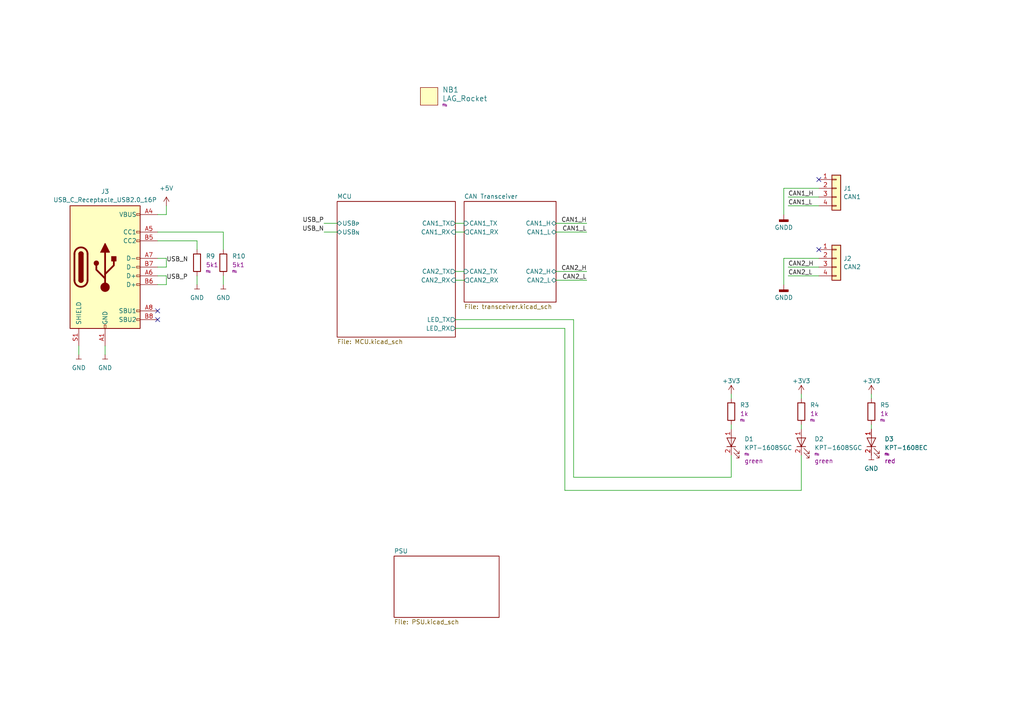
<source format=kicad_sch>
(kicad_sch (version 20231120) (generator "eeschema") (generator_version "8.0")
  (paper "A4")
  (title_block (title "${title}") (date "2023-06-16") (rev "R${release}") (company "${company}") (comment 1 "${release_state}") (comment 2 "${prefix}-S${type_number}-R${release}-V${sch_variant}-C${sch_ci}") (comment 3 "hardware/${prefix}-S${type_number}_${short_desciption}"))
  (lib_symbols
    (symbol "Connector:USB_C_Receptacle_USB2.0_16P" (pin_names (offset 1.016))
      (property "Reference" "J" (at 0 22.225 0))
      (property "Value" "USB_C_Receptacle_USB2.0_16P" (at 0 19.685 0))
      (symbol "USB_C_Receptacle_USB2.0_16P_0_0"
        (rectangle (start -0.254 -17.78) (end 0.254 -16.764))
        (rectangle (start 10.16 -14.986) (end 9.144 -15.494))
        (rectangle (start 10.16 -12.446) (end 9.144 -12.954))
        (rectangle (start 10.16 -4.826) (end 9.144 -5.334))
        (rectangle (start 10.16 -2.286) (end 9.144 -2.794))
        (rectangle (start 10.16 0.254) (end 9.144 -0.254))
        (rectangle (start 10.16 2.794) (end 9.144 2.286))
        (rectangle (start 10.16 7.874) (end 9.144 7.366))
        (rectangle (start 10.16 10.414) (end 9.144 9.906))
        (rectangle (start 10.16 15.494) (end 9.144 14.986))
      )
      (symbol "USB_C_Receptacle_USB2.0_16P_0_1"
        (rectangle (start -10.16 17.78) (end 10.16 -17.78) (stroke (width 0.254)) (fill (type background)))
        (arc (start -8.89 -3.81) (mid -6.985 -5.7067) (end -5.08 -3.81) (stroke (width 0.508)))
        (arc (start -7.62 -3.81) (mid -6.985 -4.4423) (end -6.35 -3.81) (stroke (width 0.254)))
        (arc (start -7.62 -3.81) (mid -6.985 -4.4423) (end -6.35 -3.81) (stroke (width 0.254)) (fill (type outline)))
        (rectangle (start -7.62 -3.81) (end -6.35 3.81) (stroke (width 0.254)) (fill (type outline)))
        (arc (start -6.35 3.81) (mid -6.985 4.4423) (end -7.62 3.81) (stroke (width 0.254)))
        (arc (start -6.35 3.81) (mid -6.985 4.4423) (end -7.62 3.81) (stroke (width 0.254)) (fill (type outline)))
        (arc (start -5.08 3.81) (mid -6.985 5.7067) (end -8.89 3.81) (stroke (width 0.508)))
        (circle (center -2.54 1.143) (radius 0.635) (stroke (width 0.254)) (fill (type outline)))
        (circle (center 0 -5.842) (radius 1.27) (fill (type outline)))
        (polyline (pts (xy -8.89 -3.81) (xy -8.89 3.81)) (stroke (width 0.508)))
        (polyline (pts (xy -5.08 3.81) (xy -5.08 -3.81)) (stroke (width 0.508)))
        (polyline (pts (xy 0 -5.842) (xy 0 4.318)) (stroke (width 0.508)))
        (polyline (pts (xy 0 -3.302) (xy -2.54 -0.762) (xy -2.54 0.508)) (stroke (width 0.508)))
        (polyline (pts (xy 0 -2.032) (xy 2.54 0.508) (xy 2.54 1.778)) (stroke (width 0.508)))
        (polyline (pts (xy -1.27 4.318) (xy 0 6.858) (xy 1.27 4.318) (xy -1.27 4.318)) (stroke (width 0.254)) (fill (type outline)))
        (rectangle (start 1.905 1.778) (end 3.175 3.048) (stroke (width 0.254)) (fill (type outline)))
      )
      (symbol "USB_C_Receptacle_USB2.0_16P_1_1"
        (pin passive line (at 0 -22.86 90) (length 5.08) (name "GND") (number "A1"))
        (pin passive line (at 0 -22.86 90) (length 5.08) hide (name "GND") (number "A12"))
        (pin passive line (at 15.24 15.24 180) (length 5.08) (name "VBUS") (number "A4"))
        (pin bidirectional line (at 15.24 10.16 180) (length 5.08) (name "CC1") (number "A5"))
        (pin bidirectional line (at 15.24 -2.54 180) (length 5.08) (name "D+") (number "A6"))
        (pin bidirectional line (at 15.24 2.54 180) (length 5.08) (name "D-") (number "A7"))
        (pin bidirectional line (at 15.24 -12.7 180) (length 5.08) (name "SBU1") (number "A8"))
        (pin passive line (at 15.24 15.24 180) (length 5.08) hide (name "VBUS") (number "A9"))
        (pin passive line (at 0 -22.86 90) (length 5.08) hide (name "GND") (number "B1"))
        (pin passive line (at 0 -22.86 90) (length 5.08) hide (name "GND") (number "B12"))
        (pin passive line (at 15.24 15.24 180) (length 5.08) hide (name "VBUS") (number "B4"))
        (pin bidirectional line (at 15.24 7.62 180) (length 5.08) (name "CC2") (number "B5"))
        (pin bidirectional line (at 15.24 -5.08 180) (length 5.08) (name "D+") (number "B6"))
        (pin bidirectional line (at 15.24 0 180) (length 5.08) (name "D-") (number "B7"))
        (pin bidirectional line (at 15.24 -15.24 180) (length 5.08) (name "SBU2") (number "B8"))
        (pin passive line (at 15.24 15.24 180) (length 5.08) hide (name "VBUS") (number "B9"))
        (pin passive line (at -7.62 -22.86 90) (length 5.08) (name "SHIELD") (number "S1"))
      )
    )
    (symbol "Connector_Generic:Conn_01x04" (pin_names (offset 1.016) hide)
      (property "Reference" "J" (at 0 5.08 0))
      (property "Value" "Conn_01x04" (at 0 -7.62 0))
      (symbol "Conn_01x04_1_1"
        (rectangle (start -1.27 -4.953) (end 0 -5.207) (stroke (width 0.1524)))
        (rectangle (start -1.27 -2.413) (end 0 -2.667) (stroke (width 0.1524)))
        (rectangle (start -1.27 0.127) (end 0 -0.127) (stroke (width 0.1524)))
        (rectangle (start -1.27 2.667) (end 0 2.413) (stroke (width 0.1524)))
        (rectangle (start -1.27 3.81) (end 1.27 -6.35) (stroke (width 0.254)) (fill (type background)))
        (pin passive line (at -5.08 2.54 0) (length 3.81) (name "Pin_1") (number "1"))
        (pin passive line (at -5.08 0 0) (length 3.81) (name "Pin_2") (number "2"))
        (pin passive line (at -5.08 -2.54 0) (length 3.81) (name "Pin_3") (number "3"))
        (pin passive line (at -5.08 -5.08 0) (length 3.81) (name "Pin_4") (number "4"))
      )
    )
    (symbol "Kingbright:KPT-1608EC" (pin_names (offset 1.016) hide)
      (property "Reference" "D" (at 0 2.54 0))
      (property "Value" "KPT-1608EC" (at 1.27 -3.81 0))
      (property "Fit" "fit: " (at 7.62 -3.81 0))
      (symbol "KPT-1608EC_0_1"
        (polyline (pts (xy -1.27 -1.27) (xy -1.27 1.27)) (stroke (width 0.2032)))
        (polyline (pts (xy -1.27 0) (xy 1.27 0)))
        (polyline (pts (xy 1.27 -1.27) (xy 1.27 1.27) (xy -1.27 0) (xy 1.27 -1.27)) (stroke (width 0.2032)))
        (polyline (pts (xy -3.048 -0.762) (xy -4.572 -2.286) (xy -3.81 -2.286) (xy -4.572 -2.286) (xy -4.572 -1.524)))
        (polyline (pts (xy -1.778 -0.762) (xy -3.302 -2.286) (xy -2.54 -2.286) (xy -3.302 -2.286) (xy -3.302 -1.524)))
      )
      (symbol "KPT-1608EC_1_1"
        (pin passive line (at 3.81 0 180) (length 2.54) (name "A") (number "1"))
        (pin passive line (at -3.81 0 0) (length 2.54) (name "K") (number "2"))
      )
    )
    (symbol "Kingbright:KPT-1608SGC" (pin_names (offset 1.016) hide)
      (property "Reference" "D" (at 0 2.54 0))
      (property "Value" "KPT-1608SGC" (at 1.27 -3.81 0))
      (property "Fit" "fit: " (at 7.62 -3.81 0))
      (symbol "KPT-1608SGC_0_1"
        (polyline (pts (xy -1.27 -1.27) (xy -1.27 1.27)) (stroke (width 0.2032)))
        (polyline (pts (xy -1.27 0) (xy 1.27 0)))
        (polyline (pts (xy 1.27 -1.27) (xy 1.27 1.27) (xy -1.27 0) (xy 1.27 -1.27)) (stroke (width 0.2032)))
        (polyline (pts (xy -3.048 -0.762) (xy -4.572 -2.286) (xy -3.81 -2.286) (xy -4.572 -2.286) (xy -4.572 -1.524)))
        (polyline (pts (xy -1.778 -0.762) (xy -3.302 -2.286) (xy -2.54 -2.286) (xy -3.302 -2.286) (xy -3.302 -1.524)))
      )
      (symbol "KPT-1608SGC_1_1"
        (pin passive line (at 3.81 0 180) (length 2.54) (name "A") (number "1"))
        (pin passive line (at -3.81 0 0) (length 2.54) (name "K") (number "2"))
      )
    )
    (symbol "Res_1Percent_E24_0603_100mW_-40C-90C:1k_0603_100mW_1%_E24_Chip-Resistor" (pin_numbers hide) (pin_names (offset 0))
      (property "Reference" "R" (at 2.032 0 90))
      (property "DisplayValue" "1k" (at -0.0254 -0.0508 90))
      (property "Fit" "fit: " (at 7.62 -3.81 0))
      (symbol "1k_0603_100mW_1%_E24_Chip-Resistor_0_1"
        (rectangle (start -1.016 -2.54) (end 1.016 2.54) (stroke (width 0.254)))
      )
      (symbol "1k_0603_100mW_1%_E24_Chip-Resistor_1_1"
        (pin passive line (at 0 3.81 270) (length 1.27) (name "~") (number "1"))
        (pin passive line (at 0 -3.81 90) (length 1.27) (name "~") (number "2"))
      )
    )
    (symbol "Res_1Percent_E24_0603_100mW_-40C-90C:5k1_0603_100mW_1%_E24_Chip-Resistor" (pin_numbers hide) (pin_names (offset 0))
      (property "Reference" "R" (at 2.032 0 90))
      (property "DisplayValue" "5k1" (at -0.0254 -0.0508 90))
      (property "Fit" "fit: " (at 7.62 -3.81 0))
      (symbol "5k1_0603_100mW_1%_E24_Chip-Resistor_0_1"
        (rectangle (start -1.016 -2.54) (end 1.016 2.54) (stroke (width 0.254)))
      )
      (symbol "5k1_0603_100mW_1%_E24_Chip-Resistor_1_1"
        (pin passive line (at 0 3.81 270) (length 1.27) (name "~") (number "1"))
        (pin passive line (at 0 -3.81 90) (length 1.27) (name "~") (number "2"))
      )
    )
    (symbol "mechanical:LAG_Rocket" (pin_names (offset 1.016))
      (property "Reference" "NB" (at 0 3.81 0))
      (property "Value" "LAG_Rocket" (at 1.27 -3.81 0))
      (property "Fit" "fit: " (at 7.62 -3.81 0))
      (symbol "LAG_Rocket_0_1"
        (rectangle (start -2.54 2.54) (end 2.54 -2.54) (fill (type background)))
      )
    )
    (symbol "power:GNDD" (power) (pin_numbers hide) (pin_names (offset 0) hide)
      (property "Value" "GNDD" (at 0 -3.175 0))
      (symbol "GNDD_0_1"
        (rectangle (start -1.27 -1.524) (end 1.27 -2.032) (stroke (width 0.254)) (fill (type outline)))
        (polyline (pts (xy 0 0) (xy 0 -1.524)))
      )
      (symbol "GNDD_1_1"
        (pin power_in line (at 0 0 270) (length 0) (name "~") (number "1"))
      )
    )
    (symbol "powerport:+3V3" (power) (pin_names (offset 0))
      (property "Value" "+3V3" (at 0 3.556 0))
      (symbol "+3V3_0_1"
        (polyline (pts (xy -0.762 1.27) (xy 0 2.54)))
        (polyline (pts (xy 0 0) (xy 0 2.54)))
        (polyline (pts (xy 0 2.54) (xy 0.762 1.27)))
      )
      (symbol "+3V3_1_1"
        (pin power_in line (at 0 0 90) (length 0) hide (name "+3V3") (number "1"))
      )
    )
    (symbol "powerport:+5V" (power) (pin_names (offset 0))
      (property "Value" "+5V" (at 0 3.556 0))
      (symbol "+5V_0_1"
        (polyline (pts (xy -0.762 1.27) (xy 0 2.54)))
        (polyline (pts (xy 0 0) (xy 0 2.54)))
        (polyline (pts (xy 0 2.54) (xy 0.762 1.27)))
      )
      (symbol "+5V_1_1"
        (pin power_in line (at 0 0 90) (length 0) hide (name "+5V") (number "1"))
      )
    )
    (symbol "powerport:GND" (power) (pin_names (offset 0))
      (property "Value" "GND" (at 0 -2.54 0))
      (symbol "GND_0_1"
        (polyline (pts (xy -0.762 -1.27) (xy 0.762 -1.27)))
        (polyline (pts (xy 0 0) (xy 0 -1.27)))
      )
      (symbol "GND_1_1"
        (pin power_in line (at 0 0 270) (length 0) hide (name "GND") (number "1"))
      )
    )
  )
  (no_connect (at 45.72 92.71))
  (no_connect (at 237.49 72.39))
  (no_connect (at 237.49 52.07))
  (no_connect (at 45.72 90.17))
  (wire (pts (xy 45.72 69.85) (xy 57.15 69.85)))
  (wire (pts (xy 232.41 132.08) (xy 232.41 142.24)))
  (wire (pts (xy 132.08 81.28) (xy 134.62 81.28)))
  (wire (pts (xy 252.73 114.3) (xy 252.73 115.57)))
  (wire (pts (xy 161.29 64.77) (xy 170.18 64.77)))
  (wire (pts (xy 22.86 100.33) (xy 22.86 102.87)))
  (wire (pts (xy 163.83 142.24) (xy 163.83 95.25)))
  (wire (pts (xy 212.09 132.08) (xy 212.09 138.43)))
  (wire (pts (xy 232.41 114.3) (xy 232.41 115.57)))
  (wire (pts (xy 161.29 78.74) (xy 170.18 78.74)))
  (wire (pts (xy 161.29 67.31) (xy 170.18 67.31)))
  (wire (pts (xy 228.6 59.69) (xy 237.49 59.69)))
  (wire (pts (xy 166.37 92.71) (xy 166.37 138.43)))
  (wire (pts (xy 64.77 67.31) (xy 64.77 72.39)))
  (wire (pts (xy 48.26 74.93) (xy 48.26 77.47)))
  (wire (pts (xy 132.08 92.71) (xy 166.37 92.71)))
  (wire (pts (xy 45.72 74.93) (xy 48.26 74.93)))
  (wire (pts (xy 227.33 74.93) (xy 227.33 82.55)))
  (wire (pts (xy 48.26 59.69) (xy 48.26 62.23)))
  (wire (pts (xy 166.37 138.43) (xy 212.09 138.43)))
  (wire (pts (xy 252.73 123.19) (xy 252.73 124.46)))
  (wire (pts (xy 48.26 80.01) (xy 48.26 82.55)))
  (wire (pts (xy 93.98 64.77) (xy 97.79 64.77)))
  (wire (pts (xy 45.72 82.55) (xy 48.26 82.55)))
  (wire (pts (xy 212.09 123.19) (xy 212.09 124.46)))
  (wire (pts (xy 228.6 77.47) (xy 237.49 77.47)))
  (wire (pts (xy 93.98 67.31) (xy 97.79 67.31)))
  (wire (pts (xy 132.08 64.77) (xy 134.62 64.77)))
  (wire (pts (xy 232.41 142.24) (xy 163.83 142.24)))
  (wire (pts (xy 227.33 54.61) (xy 237.49 54.61)))
  (wire (pts (xy 132.08 67.31) (xy 134.62 67.31)))
  (wire (pts (xy 45.72 67.31) (xy 64.77 67.31)))
  (wire (pts (xy 163.83 95.25) (xy 132.08 95.25)))
  (wire (pts (xy 237.49 74.93) (xy 227.33 74.93)))
  (wire (pts (xy 228.6 80.01) (xy 237.49 80.01)))
  (wire (pts (xy 212.09 114.3) (xy 212.09 115.57)))
  (wire (pts (xy 228.6 57.15) (xy 237.49 57.15)))
  (wire (pts (xy 232.41 123.19) (xy 232.41 124.46)))
  (wire (pts (xy 57.15 69.85) (xy 57.15 72.39)))
  (wire (pts (xy 227.33 62.23) (xy 227.33 54.61)))
  (wire (pts (xy 161.29 81.28) (xy 170.18 81.28)))
  (wire (pts (xy 132.08 78.74) (xy 134.62 78.74)))
  (wire (pts (xy 30.48 100.33) (xy 30.48 102.87)))
  (wire (pts (xy 48.26 77.47) (xy 45.72 77.47)))
  (wire (pts (xy 45.72 80.01) (xy 48.26 80.01)))
  (wire (pts (xy 64.77 80.01) (xy 64.77 82.55)))
  (wire (pts (xy 45.72 62.23) (xy 48.26 62.23)))
  (wire (pts (xy 57.15 80.01) (xy 57.15 82.55)))
  (label "USB_P" (at 48.26 81.28 0))
  (label "CAN2_L" (at 228.6 80.01 0))
  (label "CAN1_H" (at 228.6 57.15 0))
  (label "CAN1_L" (at 170.18 67.31 180))
  (label "USB_N" (at 93.98 67.31 180))
  (label "CAN2_L" (at 170.18 81.28 180))
  (label "CAN2_H" (at 228.6 77.47 0))
  (label "CAN1_H" (at 170.18 64.77 180))
  (label "CAN1_L" (at 228.6 59.69 0))
  (label "USB_N" (at 48.26 76.2 0))
  (label "CAN2_H" (at 170.18 78.74 180))
  (label "USB_P" (at 93.98 64.77 180))
  (symbol (lib_id "Connector_Generic:Conn_01x04") (at 242.57 74.93 0) (unit 1)
    (property "Reference" "J2" (at 244.602 74.9878 0) (effects (justify left)))
    (property "Value" "CAN2" (at 244.602 77.4121 0) (effects (justify left)))
    (property "Footprint" "Connector_PSS254:PSS254_1x04_Horizontal" (effects (hide yes)))
    (property "Description" "Generic connector, single row, 01x04, script generated (kicad-library-utils/schlib/autogen/connector/)" (effects (hide yes)))
  )
  (symbol (lib_id "Res_1Percent_E24_0603_100mW_-40C-90C:1k_0603_100mW_1%_E24_Chip-Resistor") (at 212.09 119.38 0) (unit 1)
    (property "Reference" "R3" (at 214.63 117.475 0) (effects (justify left)))
    (property "Value" "1k_0603_100mW_1%_E24_Chip-Resistor" (effects (hide yes)))
    (property "Footprint" "Resistor_SMD:R_0603_1608Metric" (effects (hide yes)))
    (property "Manufacturer" "any" (effects (hide yes)))
    (property "DisplayValue" "1k" (at 214.63 120.015 0) (effects (justify left)))
    (property "Fit" "fit: " (at 214.63 121.92 0) (effects (font (size 0.635 0.635)) (justify left)))
    (property "State" "legacy" (effects (hide yes)))
    (property "Package" "0603" (effects (hide yes)))
  )
  (symbol (lib_id "Res_1Percent_E24_0603_100mW_-40C-90C:5k1_0603_100mW_1%_E24_Chip-Resistor") (at 57.15 76.2 0) (unit 1)
    (property "Reference" "R9" (at 59.69 74.2949 0) (effects (justify left)))
    (property "Value" "5k1_0603_100mW_1%_E24_Chip-Resistor" (effects (hide yes)))
    (property "Footprint" "Resistor_SMD:R_0603_1608Metric" (effects (hide yes)))
    (property "Manufacturer" "any" (effects (hide yes)))
    (property "DisplayValue" "5k1" (at 59.69 76.8349 0) (effects (justify left)))
    (property "Fit" "fit: " (at 59.69 78.74 0) (effects (font (size 0.635 0.635)) (justify left)))
    (property "State" "legacy" (effects (hide yes)))
    (property "Package" "0603" (effects (hide yes)))
  )
  (symbol (lib_id "powerport:+3V3") (at 252.73 114.3 0) (unit 1)
    (property "Reference" "#PWR013" (effects (hide yes)))
    (property "Value" "+3V3" (at 252.73 110.49 0))
  )
  (symbol (lib_id "powerport:GND") (at 30.48 102.87 0) (unit 1)
    (property "Reference" "#PWR03" (effects (hide yes)))
    (property "Value" "GND" (at 30.48 106.68 0))
  )
  (symbol (lib_id "Kingbright:KPT-1608SGC") (at 212.09 128.27 90) (unit 1)
    (property "Reference" "D1" (at 215.9 127.3302 90) (effects (justify right)))
    (property "Value" "KPT-1608SGC" (at 215.9 129.8702 90) (effects (justify right)))
    (property "Footprint" "LED_SMD:LED_0603_1608Metric" (effects (hide yes)))
    (property "MPN" "KPT-1608SGC" (effects (hide yes)))
    (property "Manufacturer" "Kingbright" (effects (hide yes)))
    (property "Fit" "fit: " (at 215.9 131.7752 90) (effects (font (size 0.635 0.635)) (justify right)))
    (property "State" "reviewed" (effects (hide yes)))
    (property "Package" "0603" (effects (hide yes)))
    (property "color" "green" (at 215.9 133.6802 90) (effects (justify right)))
  )
  (symbol (lib_id "mechanical:LAG_Rocket") (at 124.46 27.94 0) (unit 1)
    (property "Reference" "NB1" (at 128.27 26.035 0) (effects (font (size 1.524 1.524)) (justify left)))
    (property "Value" "LAG_Rocket" (at 128.27 28.575 0) (effects (font (size 1.524 1.524)) (justify left)))
    (property "Footprint" "mechanical:lag_rocket_14.5mmx15mm" (effects (hide yes)))
    (property "Fit" "fit: " (at 128.27 30.48 0) (effects (font (size 0.635 0.635)) (justify left)))
    (property "State" "reviewed" (effects (hide yes)))
  )
  (symbol (lib_id "Res_1Percent_E24_0603_100mW_-40C-90C:5k1_0603_100mW_1%_E24_Chip-Resistor") (at 64.77 76.2 0) (unit 1)
    (property "Reference" "R10" (at 67.31 74.2949 0) (effects (justify left)))
    (property "Value" "5k1_0603_100mW_1%_E24_Chip-Resistor" (effects (hide yes)))
    (property "Footprint" "Resistor_SMD:R_0603_1608Metric" (effects (hide yes)))
    (property "Manufacturer" "any" (effects (hide yes)))
    (property "DisplayValue" "5k1" (at 67.31 76.8349 0) (effects (justify left)))
    (property "Fit" "fit: " (at 67.31 78.74 0) (effects (font (size 0.635 0.635)) (justify left)))
    (property "State" "legacy" (effects (hide yes)))
    (property "Package" "0603" (effects (hide yes)))
  )
  (symbol (lib_id "powerport:+3V3") (at 212.09 114.3 0) (unit 1)
    (property "Reference" "#PWR06" (effects (hide yes)))
    (property "Value" "+3V3" (at 212.09 110.49 0))
  )
  (symbol (lib_id "powerport:GND") (at 22.86 102.87 0) (unit 1)
    (property "Reference" "#PWR02" (effects (hide yes)))
    (property "Value" "GND" (at 22.86 106.68 0))
  )
  (symbol (lib_id "powerport:GND") (at 64.77 82.55 0) (unit 1)
    (property "Reference" "#PWR027" (effects (hide yes)))
    (property "Value" "GND" (at 64.77 86.36 0))
  )
  (symbol (lib_id "power:GNDD") (at 227.33 62.23 0) (unit 1)
    (property "Reference" "#PWR09" (effects (hide yes)))
    (property "Value" "GNDD" (at 227.33 65.9821 0))
    (property "Description" "Power symbol creates a global label with name \"GNDD\" , digital ground" (effects (hide yes)))
  )
  (symbol (lib_id "Connector:USB_C_Receptacle_USB2.0_16P") (at 30.48 77.47 0) (unit 1)
    (property "Reference" "J3" (at 30.48 55.5455 0))
    (property "Value" "USB_C_Receptacle_USB2.0_16P" (at 30.48 57.9698 0))
    (property "Footprint" "Connector_USB:USB_C_Receptacle_GCT_USB4085" (effects (hide yes)))
    (property "Datasheet" "https://cdn.amphenol-cs.com/media/wysiwyg/files/drawing/gsb1c41x1x1ds1hr.pdf" (effects (hide yes)))
    (property "Description" "USB 2.0-only 16P Type-C Receptacle connector" (effects (hide yes)))
    (property "mouser" " 523-GSB1C411111DS1HR " (effects (hide yes)))
    (property "digikey" "664-GSB1C411111DS1HRCT-ND" (effects (hide yes)))
    (property "MPN" "GSB1C411111DS1HR " (effects (hide yes)))
  )
  (symbol (lib_id "power:GNDD") (at 227.33 82.55 0) (unit 1)
    (property "Reference" "#PWR08" (effects (hide yes)))
    (property "Value" "GNDD" (at 227.33 86.3021 0))
    (property "Description" "Power symbol creates a global label with name \"GNDD\" , digital ground" (effects (hide yes)))
  )
  (symbol (lib_id "Res_1Percent_E24_0603_100mW_-40C-90C:1k_0603_100mW_1%_E24_Chip-Resistor") (at 232.41 119.38 0) (unit 1)
    (property "Reference" "R4" (at 234.95 117.475 0) (effects (justify left)))
    (property "Value" "1k_0603_100mW_1%_E24_Chip-Resistor" (effects (hide yes)))
    (property "Footprint" "Resistor_SMD:R_0603_1608Metric" (effects (hide yes)))
    (property "Manufacturer" "any" (effects (hide yes)))
    (property "DisplayValue" "1k" (at 234.95 120.015 0) (effects (justify left)))
    (property "Fit" "fit: " (at 234.95 121.92 0) (effects (font (size 0.635 0.635)) (justify left)))
    (property "State" "legacy" (effects (hide yes)))
    (property "Package" "0603" (effects (hide yes)))
  )
  (symbol (lib_id "powerport:+3V3") (at 232.41 114.3 0) (unit 1)
    (property "Reference" "#PWR07" (effects (hide yes)))
    (property "Value" "+3V3" (at 232.41 110.49 0))
  )
  (symbol (lib_id "Kingbright:KPT-1608EC") (at 252.73 128.27 90) (unit 1)
    (property "Reference" "D3" (at 256.54 127.3302 90) (effects (justify right)))
    (property "Value" "KPT-1608EC" (at 256.54 129.8702 90) (effects (justify right)))
    (property "Footprint" "LED_SMD:LED_0603_1608Metric" (effects (hide yes)))
    (property "MPN" "KPT-1608EC" (effects (hide yes)))
    (property "Manufacturer" "Kingbright" (effects (hide yes)))
    (property "Package" "0603" (effects (hide yes)))
    (property "Fit" "fit: " (at 256.54 131.7752 90) (effects (font (size 0.635 0.635)) (justify right)))
    (property "State" "reviewed" (effects (hide yes)))
    (property "color" "red" (at 256.54 133.6802 90) (effects (justify right)))
  )
  (symbol (lib_id "Kingbright:KPT-1608SGC") (at 232.41 128.27 90) (unit 1)
    (property "Reference" "D2" (at 236.22 127.3302 90) (effects (justify right)))
    (property "Value" "KPT-1608SGC" (at 236.22 129.8702 90) (effects (justify right)))
    (property "Footprint" "LED_SMD:LED_0603_1608Metric" (effects (hide yes)))
    (property "MPN" "KPT-1608SGC" (effects (hide yes)))
    (property "Manufacturer" "Kingbright" (effects (hide yes)))
    (property "Fit" "fit: " (at 236.22 131.7752 90) (effects (font (size 0.635 0.635)) (justify right)))
    (property "State" "reviewed" (effects (hide yes)))
    (property "Package" "0603" (effects (hide yes)))
    (property "color" "green" (at 236.22 133.6802 90) (effects (justify right)))
  )
  (symbol (lib_id "powerport:GND") (at 57.15 82.55 0) (unit 1)
    (property "Reference" "#PWR012" (effects (hide yes)))
    (property "Value" "GND" (at 57.15 86.36 0))
  )
  (symbol (lib_id "Res_1Percent_E24_0603_100mW_-40C-90C:1k_0603_100mW_1%_E24_Chip-Resistor") (at 252.73 119.38 0) (unit 1)
    (property "Reference" "R5" (at 255.27 117.475 0) (effects (justify left)))
    (property "Value" "1k_0603_100mW_1%_E24_Chip-Resistor" (effects (hide yes)))
    (property "Footprint" "Resistor_SMD:R_0603_1608Metric" (effects (hide yes)))
    (property "Manufacturer" "any" (effects (hide yes)))
    (property "DisplayValue" "1k" (at 255.27 120.015 0) (effects (justify left)))
    (property "Fit" "fit: " (at 255.27 121.92 0) (effects (font (size 0.635 0.635)) (justify left)))
    (property "State" "legacy" (effects (hide yes)))
    (property "Package" "0603" (effects (hide yes)))
  )
  (symbol (lib_id "Connector_Generic:Conn_01x04") (at 242.57 54.61 0) (unit 1)
    (property "Reference" "J1" (at 244.602 54.6678 0) (effects (justify left)))
    (property "Value" "CAN1" (at 244.602 57.0921 0) (effects (justify left)))
    (property "Footprint" "Connector_PSS254:PSS254_1x04_Horizontal" (effects (hide yes)))
    (property "Description" "Generic connector, single row, 01x04, script generated (kicad-library-utils/schlib/autogen/connector/)" (effects (hide yes)))
  )
  (symbol (lib_id "powerport:+5V") (at 48.26 59.69 0) (unit 1)
    (property "Reference" "#PWR01" (effects (hide yes)))
    (property "Value" "+5V" (at 48.26 54.61 0))
  )
  (symbol (lib_id "powerport:GND") (at 252.73 132.08 0) (unit 1)
    (property "Reference" "#PWR014" (effects (hide yes)))
    (property "Value" "GND" (at 252.73 135.89 0))
  )
  (sheet (at 114.3 161.29) (size 30.48 17.78) (stroke (width 0.1524))
    (property "Sheetname" "PSU" (at 114.3 160.5784 0) (effects (justify left bottom)))
    (property "Sheetfile" "PSU.kicad_sch" (at 114.3 179.6546 0) (effects (justify left top)))
  )
  (sheet (at 134.62 58.42) (size 26.67 29.21) (stroke (width 0.1524))
    (property "Sheetname" "CAN Transceiver" (at 134.62 57.7084 0) (effects (justify left bottom)))
    (property "Sheetfile" "transceiver.kicad_sch" (at 134.62 88.2146 0) (effects (justify left top)))
    (pin "CAN1_L" bidirectional (at 161.29 67.31 0))
    (pin "CAN1_H" bidirectional (at 161.29 64.77 0))
    (pin "CAN2_H" bidirectional (at 161.29 78.74 0))
    (pin "CAN2_L" bidirectional (at 161.29 81.28 0))
    (pin "CAN2_TX" input (at 134.62 78.74 180))
    (pin "CAN2_RX" output (at 134.62 81.28 180))
    (pin "CAN1_RX" output (at 134.62 67.31 180))
    (pin "CAN1_TX" input (at 134.62 64.77 180))
  )
  (sheet (at 97.79 58.42) (size 34.29 39.37) (stroke (width 0.1524))
    (property "Sheetname" "MCU" (at 97.79 57.7084 0) (effects (justify left bottom)))
    (property "Sheetfile" "MCU.kicad_sch" (at 97.79 98.3746 0) (effects (justify left top)))
    (pin "USB_{N}" bidirectional (at 97.79 67.31 180))
    (pin "USB_{P}" bidirectional (at 97.79 64.77 180))
    (pin "CAN1_RX" input (at 132.08 67.31 0))
    (pin "CAN2_RX" input (at 132.08 81.28 0))
    (pin "CAN2_TX" output (at 132.08 78.74 0))
    (pin "CAN1_TX" output (at 132.08 64.77 0))
    (pin "LED_RX" output (at 132.08 95.25 0))
    (pin "LED_TX" output (at 132.08 92.71 0))
  )
)
</source>
